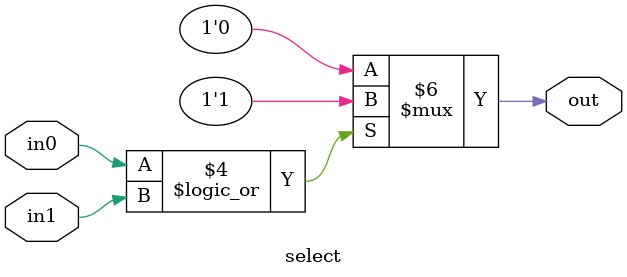
<source format=sv>
module select(
				input  logic in0, in1,
				output logic out);
	always_comb begin
		if (in0 == 1'b1 || in1 == 1'b1)
			out = 1'b1;
		else
			out = 1'b0;
	end
endmodule


</source>
